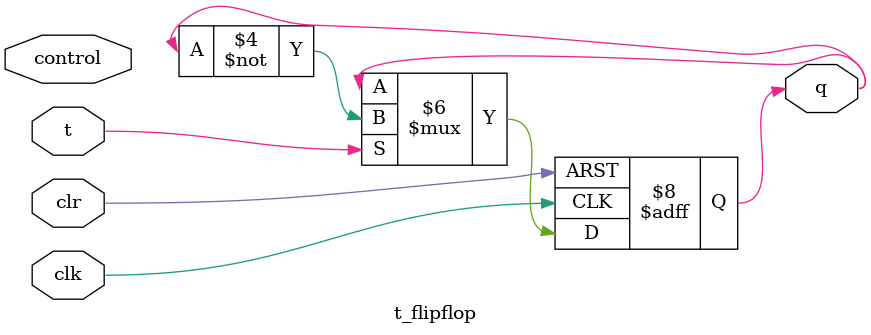
<source format=v>
module t_flipflop(q,t,clk,clr,control);
input t,clk,clr,control;
output q;
reg q;
always @ (negedge (clk) or negedge (clr))
	begin
		if(clr == 0)
			q = 0;
		else if (t == 1)
			q = ~q;
		else
			q = q;
	end
endmodule 

</source>
